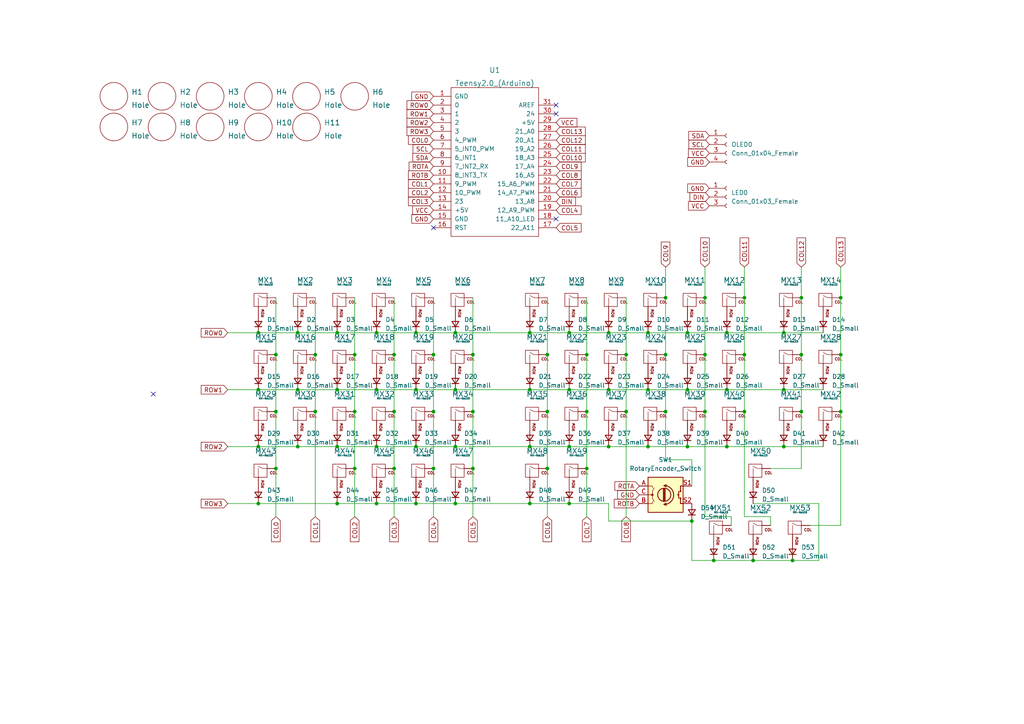
<source format=kicad_sch>
(kicad_sch (version 20211123) (generator eeschema)
  (paper "A4")
  (junction (at 176.53 113.03))
  (junction (at 204.47 86.36))
  (junction (at 97.79 96.52))
  (junction (at 193.04 119.38))
  (junction (at 80.01 135.89))
  (junction (at 199.39 129.54))
  (junction (at 187.96 113.03))
  (junction (at 227.33 113.03))
  (junction (at 199.39 113.03))
  (junction (at 204.47 119.38))
  (junction (at 74.93 146.05))
  (junction (at 74.93 96.52))
  (junction (at 176.53 129.54))
  (junction (at 158.75 119.38))
  (junction (at 137.16 135.89))
  (junction (at 125.73 102.87))
  (junction (at 120.65 146.05))
  (junction (at 210.82 113.03))
  (junction (at 181.61 119.38))
  (junction (at 153.67 113.03))
  (junction (at 181.61 102.87))
  (junction (at 97.79 113.03))
  (junction (at 227.33 96.52))
  (junction (at 97.79 129.54))
  (junction (at 187.96 129.54))
  (junction (at 109.22 146.05))
  (junction (at 74.93 129.54))
  (junction (at 102.87 119.38))
  (junction (at 91.44 119.38))
  (junction (at 158.75 135.89))
  (junction (at 114.3 135.89))
  (junction (at 204.47 102.87))
  (junction (at 132.08 113.03))
  (junction (at 187.96 96.52))
  (junction (at 200.66 151.13))
  (junction (at 86.36 113.03))
  (junction (at 170.18 135.89))
  (junction (at 153.67 146.05))
  (junction (at 243.84 102.87))
  (junction (at 215.9 102.87))
  (junction (at 120.65 129.54))
  (junction (at 158.75 102.87))
  (junction (at 132.08 146.05))
  (junction (at 232.41 102.87))
  (junction (at 232.41 86.36))
  (junction (at 210.82 129.54))
  (junction (at 176.53 96.52))
  (junction (at 120.65 113.03))
  (junction (at 207.01 162.56))
  (junction (at 114.3 119.38))
  (junction (at 243.84 86.36))
  (junction (at 109.22 129.54))
  (junction (at 125.73 119.38))
  (junction (at 153.67 96.52))
  (junction (at 80.01 102.87))
  (junction (at 229.87 162.56))
  (junction (at 109.22 113.03))
  (junction (at 74.93 113.03))
  (junction (at 80.01 119.38))
  (junction (at 86.36 129.54))
  (junction (at 153.67 129.54))
  (junction (at 193.04 102.87))
  (junction (at 114.3 102.87))
  (junction (at 165.1 146.05))
  (junction (at 170.18 119.38))
  (junction (at 165.1 129.54))
  (junction (at 109.22 96.52))
  (junction (at 102.87 102.87))
  (junction (at 91.44 102.87))
  (junction (at 132.08 96.52))
  (junction (at 215.9 86.36))
  (junction (at 215.9 119.38))
  (junction (at 120.65 96.52))
  (junction (at 243.84 119.38))
  (junction (at 102.87 135.89))
  (junction (at 137.16 119.38))
  (junction (at 97.79 146.05))
  (junction (at 165.1 96.52))
  (junction (at 193.04 86.36))
  (junction (at 218.44 162.56))
  (junction (at 170.18 102.87))
  (junction (at 165.1 113.03))
  (junction (at 86.36 96.52))
  (junction (at 232.41 119.38))
  (junction (at 227.33 129.54))
  (junction (at 137.16 102.87))
  (junction (at 125.73 135.89))
  (junction (at 210.82 96.52))
  (junction (at 199.39 96.52))
  (junction (at 132.08 129.54))
  (no_connect (at 161.29 63.5))
  (no_connect (at 125.73 66.04))
  (no_connect (at 161.29 33.02))
  (no_connect (at 161.29 30.48))
  (no_connect (at 44.45 114.3))
  (wire (pts (xy 176.53 129.54) (xy 187.96 129.54)))
  (wire (pts (xy 97.79 129.54) (xy 109.22 129.54)))
  (wire (pts (xy 193.04 102.87) (xy 193.04 119.38)))
  (wire (pts (xy 80.01 135.89) (xy 80.01 149.86)))
  (wire (pts (xy 114.3 135.89) (xy 114.3 149.86)))
  (wire (pts (xy 74.93 129.54) (xy 86.36 129.54)))
  (wire (pts (xy 132.08 146.05) (xy 153.67 146.05)))
  (wire (pts (xy 210.82 129.54) (xy 227.33 129.54)))
  (wire (pts (xy 158.75 102.87) (xy 158.75 119.38)))
  (wire (pts (xy 153.67 96.52) (xy 165.1 96.52)))
  (wire (pts (xy 120.65 113.03) (xy 132.08 113.03)))
  (wire (pts (xy 125.73 119.38) (xy 125.73 135.89)))
  (wire (pts (xy 114.3 86.36) (xy 114.3 102.87)))
  (wire (pts (xy 125.73 86.36) (xy 125.73 102.87)))
  (wire (pts (xy 204.47 102.87) (xy 204.47 119.38)))
  (wire (pts (xy 210.82 113.03) (xy 227.33 113.03)))
  (wire (pts (xy 199.39 129.54) (xy 210.82 129.54)))
  (wire (pts (xy 187.96 113.03) (xy 199.39 113.03)))
  (wire (pts (xy 223.52 149.86) (xy 223.52 152.4)))
  (wire (pts (xy 86.36 129.54) (xy 97.79 129.54)))
  (wire (pts (xy 204.47 119.38) (xy 204.47 149.86)))
  (wire (pts (xy 181.61 102.87) (xy 181.61 119.38)))
  (wire (pts (xy 176.53 146.05) (xy 176.53 151.13)))
  (wire (pts (xy 97.79 96.52) (xy 109.22 96.52)))
  (wire (pts (xy 153.67 113.03) (xy 165.1 113.03)))
  (wire (pts (xy 232.41 135.89) (xy 223.52 135.89)))
  (wire (pts (xy 91.44 86.36) (xy 91.44 102.87)))
  (wire (pts (xy 97.79 146.05) (xy 109.22 146.05)))
  (wire (pts (xy 237.49 146.05) (xy 237.49 162.56)))
  (wire (pts (xy 137.16 135.89) (xy 137.16 149.86)))
  (wire (pts (xy 232.41 119.38) (xy 232.41 135.89)))
  (wire (pts (xy 207.01 162.56) (xy 218.44 162.56)))
  (wire (pts (xy 125.73 102.87) (xy 125.73 119.38)))
  (wire (pts (xy 176.53 113.03) (xy 187.96 113.03)))
  (wire (pts (xy 243.84 102.87) (xy 243.84 119.38)))
  (wire (pts (xy 102.87 135.89) (xy 102.87 149.86)))
  (wire (pts (xy 193.04 133.35) (xy 200.66 133.35)))
  (wire (pts (xy 114.3 119.38) (xy 114.3 135.89)))
  (wire (pts (xy 91.44 102.87) (xy 91.44 119.38)))
  (wire (pts (xy 243.84 77.47) (xy 243.84 86.36)))
  (wire (pts (xy 218.44 162.56) (xy 229.87 162.56)))
  (wire (pts (xy 243.84 152.4) (xy 234.95 152.4)))
  (wire (pts (xy 232.41 102.87) (xy 232.41 119.38)))
  (wire (pts (xy 227.33 129.54) (xy 238.76 129.54)))
  (wire (pts (xy 200.66 162.56) (xy 207.01 162.56)))
  (wire (pts (xy 165.1 113.03) (xy 176.53 113.03)))
  (wire (pts (xy 170.18 135.89) (xy 170.18 149.86)))
  (wire (pts (xy 232.41 77.47) (xy 232.41 86.36)))
  (wire (pts (xy 132.08 113.03) (xy 153.67 113.03)))
  (wire (pts (xy 153.67 129.54) (xy 165.1 129.54)))
  (wire (pts (xy 170.18 102.87) (xy 170.18 119.38)))
  (wire (pts (xy 193.04 119.38) (xy 193.04 133.35)))
  (wire (pts (xy 66.04 96.52) (xy 74.93 96.52)))
  (wire (pts (xy 158.75 135.89) (xy 158.75 149.86)))
  (wire (pts (xy 227.33 113.03) (xy 238.76 113.03)))
  (wire (pts (xy 109.22 96.52) (xy 120.65 96.52)))
  (wire (pts (xy 66.04 129.54) (xy 74.93 129.54)))
  (wire (pts (xy 181.61 119.38) (xy 181.61 149.86)))
  (wire (pts (xy 237.49 162.56) (xy 229.87 162.56)))
  (wire (pts (xy 132.08 96.52) (xy 153.67 96.52)))
  (wire (pts (xy 74.93 96.52) (xy 86.36 96.52)))
  (wire (pts (xy 200.66 133.35) (xy 200.66 140.97)))
  (wire (pts (xy 193.04 86.36) (xy 193.04 102.87)))
  (wire (pts (xy 176.53 151.13) (xy 200.66 151.13)))
  (wire (pts (xy 132.08 129.54) (xy 153.67 129.54)))
  (wire (pts (xy 199.39 113.03) (xy 210.82 113.03)))
  (wire (pts (xy 165.1 129.54) (xy 176.53 129.54)))
  (wire (pts (xy 165.1 96.52) (xy 176.53 96.52)))
  (wire (pts (xy 109.22 113.03) (xy 120.65 113.03)))
  (wire (pts (xy 80.01 119.38) (xy 80.01 135.89)))
  (wire (pts (xy 66.04 146.05) (xy 74.93 146.05)))
  (wire (pts (xy 109.22 146.05) (xy 120.65 146.05)))
  (wire (pts (xy 120.65 146.05) (xy 132.08 146.05)))
  (wire (pts (xy 218.44 146.05) (xy 237.49 146.05)))
  (wire (pts (xy 102.87 86.36) (xy 102.87 102.87)))
  (wire (pts (xy 80.01 86.36) (xy 80.01 102.87)))
  (wire (pts (xy 204.47 77.47) (xy 204.47 86.36)))
  (wire (pts (xy 199.39 96.52) (xy 210.82 96.52)))
  (wire (pts (xy 80.01 102.87) (xy 80.01 119.38)))
  (wire (pts (xy 212.09 149.86) (xy 212.09 152.4)))
  (wire (pts (xy 102.87 102.87) (xy 102.87 119.38)))
  (wire (pts (xy 204.47 149.86) (xy 212.09 149.86)))
  (wire (pts (xy 187.96 96.52) (xy 199.39 96.52)))
  (wire (pts (xy 215.9 119.38) (xy 215.9 149.86)))
  (wire (pts (xy 210.82 96.52) (xy 227.33 96.52)))
  (wire (pts (xy 215.9 77.47) (xy 215.9 86.36)))
  (wire (pts (xy 215.9 86.36) (xy 215.9 102.87)))
  (wire (pts (xy 102.87 119.38) (xy 102.87 135.89)))
  (wire (pts (xy 187.96 129.54) (xy 199.39 129.54)))
  (wire (pts (xy 227.33 96.52) (xy 238.76 96.52)))
  (wire (pts (xy 165.1 146.05) (xy 176.53 146.05)))
  (wire (pts (xy 243.84 86.36) (xy 243.84 102.87)))
  (wire (pts (xy 137.16 86.36) (xy 137.16 102.87)))
  (wire (pts (xy 170.18 86.36) (xy 170.18 102.87)))
  (wire (pts (xy 158.75 119.38) (xy 158.75 135.89)))
  (wire (pts (xy 176.53 96.52) (xy 187.96 96.52)))
  (wire (pts (xy 120.65 96.52) (xy 132.08 96.52)))
  (wire (pts (xy 86.36 96.52) (xy 97.79 96.52)))
  (wire (pts (xy 137.16 102.87) (xy 137.16 119.38)))
  (wire (pts (xy 193.04 77.47) (xy 193.04 86.36)))
  (wire (pts (xy 120.65 129.54) (xy 132.08 129.54)))
  (wire (pts (xy 153.67 146.05) (xy 165.1 146.05)))
  (wire (pts (xy 200.66 151.13) (xy 200.66 162.56)))
  (wire (pts (xy 181.61 86.36) (xy 181.61 102.87)))
  (wire (pts (xy 243.84 119.38) (xy 243.84 152.4)))
  (wire (pts (xy 232.41 86.36) (xy 232.41 102.87)))
  (wire (pts (xy 97.79 113.03) (xy 109.22 113.03)))
  (wire (pts (xy 215.9 149.86) (xy 223.52 149.86)))
  (wire (pts (xy 125.73 135.89) (xy 125.73 149.86)))
  (wire (pts (xy 66.04 113.03) (xy 74.93 113.03)))
  (wire (pts (xy 109.22 129.54) (xy 120.65 129.54)))
  (wire (pts (xy 204.47 86.36) (xy 204.47 102.87)))
  (wire (pts (xy 74.93 146.05) (xy 97.79 146.05)))
  (wire (pts (xy 91.44 119.38) (xy 91.44 149.86)))
  (wire (pts (xy 74.93 113.03) (xy 86.36 113.03)))
  (wire (pts (xy 137.16 119.38) (xy 137.16 135.89)))
  (wire (pts (xy 170.18 119.38) (xy 170.18 135.89)))
  (wire (pts (xy 215.9 102.87) (xy 215.9 119.38)))
  (wire (pts (xy 86.36 113.03) (xy 97.79 113.03)))
  (wire (pts (xy 114.3 102.87) (xy 114.3 119.38)))
  (wire (pts (xy 158.75 86.36) (xy 158.75 102.87)))
  (global_label "GND" (shape input) (at 125.73 27.94 180) (property "Intersheet References" "${INTERSHEET_REFS}" (effects hide)))
  (global_label "COL9" (shape input) (at 193.04 77.47 90) (property "Intersheet References" "${INTERSHEET_REFS}" (effects hide)))
  (global_label "DIN" (shape input) (at 205.74 57.15 180) (property "Intersheet References" "${INTERSHEET_REFS}" (effects hide)))
  (global_label "ROW3" (shape input) (at 125.73 38.1 180) (property "Intersheet References" "${INTERSHEET_REFS}" (effects hide)))
  (global_label "VCC" (shape input) (at 205.74 59.69 180) (property "Intersheet References" "${INTERSHEET_REFS}" (effects hide)))
  (global_label "COL4" (shape input) (at 161.29 60.96 0) (property "Intersheet References" "${INTERSHEET_REFS}" (effects hide)))
  (global_label "ROW2" (shape input) (at 125.73 35.56 180) (property "Intersheet References" "${INTERSHEET_REFS}" (effects hide)))
  (global_label "GND" (shape input) (at 205.74 54.61 180) (property "Intersheet References" "${INTERSHEET_REFS}" (effects hide)))
  (global_label "SCL" (shape input) (at 205.74 41.91 180) (property "Intersheet References" "${INTERSHEET_REFS}" (effects hide)))
  (global_label "COL11" (shape input) (at 215.9 77.47 90) (property "Intersheet References" "${INTERSHEET_REFS}" (effects hide)))
  (global_label "GND" (shape input) (at 205.74 46.99 180) (property "Intersheet References" "${INTERSHEET_REFS}" (effects hide)))
  (global_label "SCL" (shape input) (at 125.73 43.18 180) (property "Intersheet References" "${INTERSHEET_REFS}" (effects hide)))
  (global_label "COL3" (shape input) (at 114.3 149.86 270) (property "Intersheet References" "${INTERSHEET_REFS}" (effects hide)))
  (global_label "ROW1" (shape input) (at 125.73 33.02 180) (property "Intersheet References" "${INTERSHEET_REFS}" (effects hide)))
  (global_label "COL10" (shape input) (at 204.47 77.47 90) (property "Intersheet References" "${INTERSHEET_REFS}" (effects hide)))
  (global_label "COL4" (shape input) (at 125.73 149.86 270) (property "Intersheet References" "${INTERSHEET_REFS}" (effects hide)))
  (global_label "COL12" (shape input) (at 161.29 40.64 0) (property "Intersheet References" "${INTERSHEET_REFS}" (effects hide)))
  (global_label "SDA" (shape input) (at 125.73 45.72 180) (property "Intersheet References" "${INTERSHEET_REFS}" (effects hide)))
  (global_label "ROW2" (shape input) (at 66.04 129.54 180) (property "Intersheet References" "${INTERSHEET_REFS}" (effects hide)))
  (global_label "COL6" (shape input) (at 161.29 55.88 0) (property "Intersheet References" "${INTERSHEET_REFS}" (effects hide)))
  (global_label "COL10" (shape input) (at 161.29 45.72 0) (property "Intersheet References" "${INTERSHEET_REFS}" (effects hide)))
  (global_label "COL8" (shape input) (at 181.61 149.86 270) (property "Intersheet References" "${INTERSHEET_REFS}" (effects hide)))
  (global_label "ROW1" (shape input) (at 66.04 113.03 180) (property "Intersheet References" "${INTERSHEET_REFS}" (effects hide)))
  (global_label "VCC" (shape input) (at 205.74 44.45 180) (property "Intersheet References" "${INTERSHEET_REFS}" (effects hide)))
  (global_label "VCC" (shape input) (at 125.73 60.96 180) (property "Intersheet References" "${INTERSHEET_REFS}" (effects hide)))
  (global_label "COL2" (shape input) (at 102.87 149.86 270) (property "Intersheet References" "${INTERSHEET_REFS}" (effects hide)))
  (global_label "ROTB" (shape input) (at 185.42 146.05 180) (property "Intersheet References" "${INTERSHEET_REFS}" (effects hide)))
  (global_label "COL12" (shape input) (at 232.41 77.47 90) (property "Intersheet References" "${INTERSHEET_REFS}" (effects hide)))
  (global_label "COL0" (shape input) (at 125.73 40.64 180) (property "Intersheet References" "${INTERSHEET_REFS}" (effects hide)))
  (global_label "COL7" (shape input) (at 161.29 53.34 0) (property "Intersheet References" "${INTERSHEET_REFS}" (effects hide)))
  (global_label "ROTA" (shape input) (at 125.73 48.26 180) (property "Intersheet References" "${INTERSHEET_REFS}" (effects hide)))
  (global_label "GND" (shape input) (at 185.42 143.51 180) (property "Intersheet References" "${INTERSHEET_REFS}" (effects hide)))
  (global_label "ROTB" (shape input) (at 125.73 50.8 180) (property "Intersheet References" "${INTERSHEET_REFS}" (effects hide)))
  (global_label "SDA" (shape input) (at 205.74 39.37 180) (property "Intersheet References" "${INTERSHEET_REFS}" (effects hide)))
  (global_label "DIN" (shape input) (at 161.29 58.42 0) (property "Intersheet References" "${INTERSHEET_REFS}" (effects hide)))
  (global_label "COL13" (shape input) (at 161.29 38.1 0) (property "Intersheet References" "${INTERSHEET_REFS}" (effects hide)))
  (global_label "COL5" (shape input) (at 161.29 66.04 0) (property "Intersheet References" "${INTERSHEET_REFS}" (effects hide)))
  (global_label "COL2" (shape input) (at 125.73 55.88 180) (property "Intersheet References" "${INTERSHEET_REFS}" (effects hide)))
  (global_label "ROW0" (shape input) (at 125.73 30.48 180) (property "Intersheet References" "${INTERSHEET_REFS}" (effects hide)))
  (global_label "GND" (shape input) (at 125.73 63.5 180) (property "Intersheet References" "${INTERSHEET_REFS}" (effects hide)))
  (global_label "COL6" (shape input) (at 158.75 149.86 270) (property "Intersheet References" "${INTERSHEET_REFS}" (effects hide)))
  (global_label "COL8" (shape input) (at 161.29 50.8 0) (property "Intersheet References" "${INTERSHEET_REFS}" (effects hide)))
  (global_label "ROW3" (shape input) (at 66.04 146.05 180) (property "Intersheet References" "${INTERSHEET_REFS}" (effects hide)))
  (global_label "COL9" (shape input) (at 161.29 48.26 0) (property "Intersheet References" "${INTERSHEET_REFS}" (effects hide)))
  (global_label "COL7" (shape input) (at 170.18 149.86 270) (property "Intersheet References" "${INTERSHEET_REFS}" (effects hide)))
  (global_label "COL3" (shape input) (at 125.73 58.42 180) (property "Intersheet References" "${INTERSHEET_REFS}" (effects hide)))
  (global_label "COL1" (shape input) (at 125.73 53.34 180) (property "Intersheet References" "${INTERSHEET_REFS}" (effects hide)))
  (global_label "COL5" (shape input) (at 137.16 149.86 270) (property "Intersheet References" "${INTERSHEET_REFS}" (effects hide)))
  (global_label "VCC" (shape input) (at 161.29 35.56 0) (property "Intersheet References" "${INTERSHEET_REFS}" (effects hide)))
  (global_label "COL0" (shape input) (at 80.01 149.86 270) (property "Intersheet References" "${INTERSHEET_REFS}" (effects hide)))
  (global_label "COL1" (shape input) (at 91.44 149.86 270) (property "Intersheet References" "${INTERSHEET_REFS}" (effects hide)))
  (global_label "ROW0" (shape input) (at 66.04 96.52 180) (property "Intersheet References" "${INTERSHEET_REFS}" (effects hide)))
  (global_label "ROTA" (shape input) (at 185.42 140.97 180) (property "Intersheet References" "${INTERSHEET_REFS}" (effects hide)))
  (global_label "COL13" (shape input) (at 243.84 77.47 90) (property "Intersheet References" "${INTERSHEET_REFS}" (effects hide)))
  (global_label "COL11" (shape input) (at 161.29 43.18 0) (property "Intersheet References" "${INTERSHEET_REFS}" (effects hide)))
  (symbol (lib_id "Device:D_Small") (at 97.79 110.49 90) (unit 1)
    (property "Reference" "D17" (at 100.33 109.2199 90) (effects (justify right)))
    (property "Value" "D_Small" (at 100.33 111.7599 90) (effects (justify right)))
    (property "Footprint" "Diode_SMD:D_MiniMELF" (effects hide))
  )
  (symbol (lib_id "Device:D_Small") (at 176.53 93.98 90) (unit 1)
    (property "Reference" "D9" (at 179.07 92.7099 90) (effects (justify right)))
    (property "Value" "D_Small" (at 179.07 95.2499 90) (effects (justify right)))
    (property "Footprint" "Diode_SMD:D_MiniMELF" (effects hide))
  )
  (symbol (lib_id "Device:D_Small") (at 86.36 127 90) (unit 1)
    (property "Reference" "D30" (at 88.9 125.7299 90) (effects (justify right)))
    (property "Value" "D_Small" (at 88.9 128.2699 90) (effects (justify right)))
    (property "Footprint" "Diode_SMD:D_MiniMELF" (effects hide))
  )
  (symbol (lib_id "Device:D_Small") (at 86.36 93.98 90) (unit 1)
    (property "Reference" "D2" (at 88.9 92.7099 90) (effects (justify right)))
    (property "Value" "D_Small" (at 88.9 95.2499 90) (effects (justify right)))
    (property "Footprint" "Diode_SMD:D_MiniMELF" (effects hide))
  )
  (symbol (lib_id "MX_Alps_Hybrid:MX-NoLED") (at 228.6 120.65 0) (unit 1)
    (property "Reference" "MX41" (at 229.4856 114.3 0) (effects (font (size 1.524 1.524))))
    (property "Value" "MX-NoLED" (at 229.4856 115.57 0) (effects (font (size 0.508 0.508))))
    (property "Footprint" "MX_Only:MXOnly-1U-Hotswap" (effects hide))
  )
  (symbol (lib_id "MX_Alps_Hybrid:MX-NoLED") (at 110.49 120.65 0) (unit 1)
    (property "Reference" "MX32" (at 111.3756 114.3 0) (effects (font (size 1.524 1.524))))
    (property "Value" "MX-NoLED" (at 111.3756 115.57 0) (effects (font (size 0.508 0.508))))
    (property "Footprint" "MX_Only:MXOnly-1U-Hotswap" (effects hide))
  )
  (symbol (lib_id "Device:D_Small") (at 74.93 127 90) (unit 1)
    (property "Reference" "D29" (at 77.47 125.7299 90) (effects (justify right)))
    (property "Value" "D_Small" (at 77.47 128.2699 90) (effects (justify right)))
    (property "Footprint" "Diode_SMD:D_MiniMELF" (effects hide))
  )
  (symbol (lib_id "MX_Alps_Hybrid:MX-NoLED") (at 212.09 87.63 0) (unit 1)
    (property "Reference" "MX12" (at 212.9756 81.28 0) (effects (font (size 1.524 1.524))))
    (property "Value" "MX-NoLED" (at 212.9756 82.55 0) (effects (font (size 0.508 0.508))))
    (property "Footprint" "MX_Only:MXOnly-1U-Hotswap" (effects hide))
  )
  (symbol (lib_id "MX_Alps_Hybrid:MX-NoLED") (at 166.37 87.63 0) (unit 1)
    (property "Reference" "MX8" (at 167.2556 81.28 0) (effects (font (size 1.524 1.524))))
    (property "Value" "MX-NoLED" (at 167.2556 82.55 0) (effects (font (size 0.508 0.508))))
    (property "Footprint" "MX_Only:MXOnly-1U-Hotswap" (effects hide))
  )
  (symbol (lib_id "Device:D_Small") (at 176.53 127 90) (unit 1)
    (property "Reference" "D37" (at 179.07 125.7299 90) (effects (justify right)))
    (property "Value" "D_Small" (at 179.07 128.2699 90) (effects (justify right)))
    (property "Footprint" "Diode_SMD:D_MiniMELF" (effects hide))
  )
  (symbol (lib_id "keebio:Hole") (at 102.87 27.94 0) (unit 1)
    (property "Reference" "H6" (at 107.95 26.67 0) (effects (font (size 1.524 1.524)) (justify left)))
    (property "Value" "Hole" (at 107.95 30.48 0) (effects (font (size 1.524 1.524)) (justify left)))
    (property "Footprint" "MountingHole:MountingHole_2.2mm_M2_Pad_TopOnly" (effects hide))
  )
  (symbol (lib_id "MX_Alps_Hybrid:MX-NoLED") (at 228.6 87.63 0) (unit 1)
    (property "Reference" "MX13" (at 229.4856 81.28 0) (effects (font (size 1.524 1.524))))
    (property "Value" "MX-NoLED" (at 229.4856 82.55 0) (effects (font (size 0.508 0.508))))
    (property "Footprint" "MX_Only:MXOnly-1U-Hotswap" (effects hide))
  )
  (symbol (lib_id "keebio:Hole") (at 46.99 36.83 0) (unit 1)
    (property "Reference" "H8" (at 52.07 35.56 0) (effects (font (size 1.524 1.524)) (justify left)))
    (property "Value" "Hole" (at 52.07 39.37 0) (effects (font (size 1.524 1.524)) (justify left)))
    (property "Footprint" "MountingHole:MountingHole_2.2mm_M2_Pad_TopOnly" (effects hide))
  )
  (symbol (lib_id "MX_Alps_Hybrid:MX-NoLED") (at 200.66 104.14 0) (unit 1)
    (property "Reference" "MX25" (at 201.5456 97.79 0) (effects (font (size 1.524 1.524))))
    (property "Value" "MX-NoLED" (at 201.5456 99.06 0) (effects (font (size 0.508 0.508))))
    (property "Footprint" "MX_Only:MXOnly-1U-Hotswap" (effects hide))
  )
  (symbol (lib_id "Device:D_Small") (at 199.39 93.98 90) (unit 1)
    (property "Reference" "D11" (at 201.93 92.7099 90) (effects (justify right)))
    (property "Value" "D_Small" (at 201.93 95.2499 90) (effects (justify right)))
    (property "Footprint" "Diode_SMD:D_MiniMELF" (effects hide))
  )
  (symbol (lib_id "Connector:Conn_01x03_Female") (at 210.82 57.15 0) (unit 1)
    (property "Reference" "LED0" (at 212.09 55.8799 0) (effects (justify left)))
    (property "Value" "Conn_01x03_Female" (at 212.09 58.4199 0) (effects (justify left)))
    (property "Footprint" "Connector_PinHeader_2.54mm:PinHeader_1x03_P2.54mm_Vertical" (effects hide))
  )
  (symbol (lib_id "MX_Alps_Hybrid:MX-NoLED") (at 177.8 104.14 0) (unit 1)
    (property "Reference" "MX23" (at 178.6856 97.79 0) (effects (font (size 1.524 1.524))))
    (property "Value" "MX-NoLED" (at 178.6856 99.06 0) (effects (font (size 0.508 0.508))))
    (property "Footprint" "MX_Only:MXOnly-1U-Hotswap" (effects hide))
  )
  (symbol (lib_id "Device:D_Small") (at 210.82 110.49 90) (unit 1)
    (property "Reference" "D26" (at 213.36 109.2199 90) (effects (justify right)))
    (property "Value" "D_Small" (at 213.36 111.7599 90) (effects (justify right)))
    (property "Footprint" "Diode_SMD:D_MiniMELF" (effects hide))
  )
  (symbol (lib_id "MX_Alps_Hybrid:MX-NoLED") (at 121.92 87.63 0) (unit 1)
    (property "Reference" "MX5" (at 122.8056 81.28 0) (effects (font (size 1.524 1.524))))
    (property "Value" "MX-NoLED" (at 122.8056 82.55 0) (effects (font (size 0.508 0.508))))
    (property "Footprint" "MX_Only:MXOnly-1U-Hotswap" (effects hide))
  )
  (symbol (lib_id "MX_Alps_Hybrid:MX-NoLED") (at 208.28 153.67 0) (unit 1)
    (property "Reference" "MX51" (at 209.1656 147.32 0) (effects (font (size 1.524 1.524))))
    (property "Value" "MX-NoLED" (at 209.1656 148.59 0) (effects (font (size 0.508 0.508))))
    (property "Footprint" "MX_Only:MXOnly-1U-Hotswap" (effects hide))
  )
  (symbol (lib_id "MX_Alps_Hybrid:MX-NoLED") (at 99.06 104.14 0) (unit 1)
    (property "Reference" "MX17" (at 99.9456 97.79 0) (effects (font (size 1.524 1.524))))
    (property "Value" "MX-NoLED" (at 99.9456 99.06 0) (effects (font (size 0.508 0.508))))
    (property "Footprint" "MX_Only:MXOnly-1U-Hotswap" (effects hide))
  )
  (symbol (lib_id "Device:D_Small") (at 238.76 127 90) (unit 1)
    (property "Reference" "D42" (at 241.3 125.7299 90) (effects (justify right)))
    (property "Value" "D_Small" (at 241.3 128.2699 90) (effects (justify right)))
    (property "Footprint" "Diode_SMD:D_MiniMELF" (effects hide))
  )
  (symbol (lib_id "Device:D_Small") (at 132.08 127 90) (unit 1)
    (property "Reference" "D34" (at 134.62 125.7299 90) (effects (justify right)))
    (property "Value" "D_Small" (at 134.62 128.2699 90) (effects (justify right)))
    (property "Footprint" "Diode_SMD:D_MiniMELF" (effects hide))
  )
  (symbol (lib_id "MX_Alps_Hybrid:MX-NoLED") (at 154.94 120.65 0) (unit 1)
    (property "Reference" "MX35" (at 155.8256 114.3 0) (effects (font (size 1.524 1.524))))
    (property "Value" "MX-NoLED" (at 155.8256 115.57 0) (effects (font (size 0.508 0.508))))
    (property "Footprint" "MX_Only:MXOnly-1U-Hotswap" (effects hide))
  )
  (symbol (lib_id "Device:D_Small") (at 176.53 110.49 90) (unit 1)
    (property "Reference" "D23" (at 179.07 109.2199 90) (effects (justify right)))
    (property "Value" "D_Small" (at 179.07 111.7599 90) (effects (justify right)))
    (property "Footprint" "Diode_SMD:D_MiniMELF" (effects hide))
  )
  (symbol (lib_id "MX_Alps_Hybrid:MX-NoLED") (at 166.37 120.65 0) (unit 1)
    (property "Reference" "MX36" (at 167.2556 114.3 0) (effects (font (size 1.524 1.524))))
    (property "Value" "MX-NoLED" (at 167.2556 115.57 0) (effects (font (size 0.508 0.508))))
    (property "Footprint" "MX_Only:MXOnly-1U-Hotswap" (effects hide))
  )
  (symbol (lib_id "Device:D_Small") (at 86.36 110.49 90) (unit 1)
    (property "Reference" "D16" (at 88.9 109.2199 90) (effects (justify right)))
    (property "Value" "D_Small" (at 88.9 111.7599 90) (effects (justify right)))
    (property "Footprint" "Diode_SMD:D_MiniMELF" (effects hide))
  )
  (symbol (lib_id "Device:D_Small") (at 199.39 127 90) (unit 1)
    (property "Reference" "D39" (at 201.93 125.7299 90) (effects (justify right)))
    (property "Value" "D_Small" (at 201.93 128.2699 90) (effects (justify right)))
    (property "Footprint" "Diode_SMD:D_MiniMELF" (effects hide))
  )
  (symbol (lib_id "MX_Alps_Hybrid:MX-NoLED") (at 110.49 137.16 0) (unit 1)
    (property "Reference" "MX45" (at 111.3756 130.81 0) (effects (font (size 1.524 1.524))))
    (property "Value" "MX-NoLED" (at 111.3756 132.08 0) (effects (font (size 0.508 0.508))))
    (property "Footprint" "MX_Only:MXOnly-1U-Hotswap" (effects hide))
  )
  (symbol (lib_id "MX_Alps_Hybrid:MX-NoLED") (at 177.8 87.63 0) (unit 1)
    (property "Reference" "MX9" (at 178.6856 81.28 0) (effects (font (size 1.524 1.524))))
    (property "Value" "MX-NoLED" (at 178.6856 82.55 0) (effects (font (size 0.508 0.508))))
    (property "Footprint" "MX_Only:MXOnly-1U-Hotswap" (effects hide))
  )
  (symbol (lib_id "Device:D_Small") (at 120.65 110.49 90) (unit 1)
    (property "Reference" "D19" (at 123.19 109.2199 90) (effects (justify right)))
    (property "Value" "D_Small" (at 123.19 111.7599 90) (effects (justify right)))
    (property "Footprint" "Diode_SMD:D_MiniMELF" (effects hide))
  )
  (symbol (lib_id "keebio:Hole") (at 88.9 27.94 0) (unit 1)
    (property "Reference" "H5" (at 93.98 26.67 0) (effects (font (size 1.524 1.524)) (justify left)))
    (property "Value" "Hole" (at 93.98 30.48 0) (effects (font (size 1.524 1.524)) (justify left)))
    (property "Footprint" "MountingHole:MountingHole_2.2mm_M2_Pad_TopOnly" (effects hide))
  )
  (symbol (lib_id "Device:D_Small") (at 132.08 93.98 90) (unit 1)
    (property "Reference" "D6" (at 134.62 92.7099 90) (effects (justify right)))
    (property "Value" "D_Small" (at 134.62 95.2499 90) (effects (justify right)))
    (property "Footprint" "Diode_SMD:D_MiniMELF" (effects hide))
  )
  (symbol (lib_id "MX_Alps_Hybrid:MX-NoLED") (at 240.03 120.65 0) (unit 1)
    (property "Reference" "MX42" (at 240.9156 114.3 0) (effects (font (size 1.524 1.524))))
    (property "Value" "MX-NoLED" (at 240.9156 115.57 0) (effects (font (size 0.508 0.508))))
    (property "Footprint" "MX_Only:MXOnly-1U-Hotswap" (effects hide))
  )
  (symbol (lib_id "Device:D_Small") (at 218.44 160.02 90) (unit 1)
    (property "Reference" "D52" (at 220.98 158.7499 90) (effects (justify right)))
    (property "Value" "D_Small" (at 220.98 161.2899 90) (effects (justify right)))
    (property "Footprint" "Diode_SMD:D_MiniMELF" (effects hide))
  )
  (symbol (lib_id "MX_Alps_Hybrid:MX-NoLED") (at 154.94 104.14 0) (unit 1)
    (property "Reference" "MX21" (at 155.8256 97.79 0) (effects (font (size 1.524 1.524))))
    (property "Value" "MX-NoLED" (at 155.8256 99.06 0) (effects (font (size 0.508 0.508))))
    (property "Footprint" "MX_Only:MXOnly-1U-Hotswap" (effects hide))
  )
  (symbol (lib_id "Device:D_Small") (at 165.1 110.49 90) (unit 1)
    (property "Reference" "D22" (at 167.64 109.2199 90) (effects (justify right)))
    (property "Value" "D_Small" (at 167.64 111.7599 90) (effects (justify right)))
    (property "Footprint" "Diode_SMD:D_MiniMELF" (effects hide))
  )
  (symbol (lib_id "Device:D_Small") (at 165.1 127 90) (unit 1)
    (property "Reference" "D36" (at 167.64 125.7299 90) (effects (justify right)))
    (property "Value" "D_Small" (at 167.64 128.2699 90) (effects (justify right)))
    (property "Footprint" "Diode_SMD:D_MiniMELF" (effects hide))
  )
  (symbol (lib_id "Device:D_Small") (at 97.79 127 90) (unit 1)
    (property "Reference" "D31" (at 100.33 125.7299 90) (effects (justify right)))
    (property "Value" "D_Small" (at 100.33 128.2699 90) (effects (justify right)))
    (property "Footprint" "Diode_SMD:D_MiniMELF" (effects hide))
  )
  (symbol (lib_id "MX_Alps_Hybrid:MX-NoLED") (at 166.37 104.14 0) (unit 1)
    (property "Reference" "MX22" (at 167.2556 97.79 0) (effects (font (size 1.524 1.524))))
    (property "Value" "MX-NoLED" (at 167.2556 99.06 0) (effects (font (size 0.508 0.508))))
    (property "Footprint" "MX_Only:MXOnly-1U-Hotswap" (effects hide))
  )
  (symbol (lib_id "keebio:Hole") (at 88.9 36.83 0) (unit 1)
    (property "Reference" "H11" (at 93.98 35.56 0) (effects (font (size 1.524 1.524)) (justify left)))
    (property "Value" "Hole" (at 93.98 39.37 0) (effects (font (size 1.524 1.524)) (justify left)))
    (property "Footprint" "MountingHole:MountingHole_2.2mm_M2_Pad_TopOnly" (effects hide))
  )
  (symbol (lib_id "Device:D_Small") (at 120.65 93.98 90) (unit 1)
    (property "Reference" "D5" (at 123.19 92.7099 90) (effects (justify right)))
    (property "Value" "D_Small" (at 123.19 95.2499 90) (effects (justify right)))
    (property "Footprint" "Diode_SMD:D_MiniMELF" (effects hide))
  )
  (symbol (lib_id "Device:D_Small") (at 227.33 127 90) (unit 1)
    (property "Reference" "D41" (at 229.87 125.7299 90) (effects (justify right)))
    (property "Value" "D_Small" (at 229.87 128.2699 90) (effects (justify right)))
    (property "Footprint" "Diode_SMD:D_MiniMELF" (effects hide))
  )
  (symbol (lib_id "Device:D_Small") (at 200.66 148.59 90) (unit 1)
    (property "Reference" "D54" (at 203.2 147.3199 90) (effects (justify right)))
    (property "Value" "D_Small" (at 203.2 149.8599 90) (effects (justify right)))
    (property "Footprint" "Diode_SMD:D_MiniMELF" (effects hide))
  )
  (symbol (lib_id "Device:D_Small") (at 74.93 143.51 90) (unit 1)
    (property "Reference" "D43" (at 77.47 142.2399 90) (effects (justify right)))
    (property "Value" "D_Small" (at 77.47 144.7799 90) (effects (justify right)))
    (property "Footprint" "Diode_SMD:D_MiniMELF" (effects hide))
  )
  (symbol (lib_id "Device:D_Small") (at 187.96 127 90) (unit 1)
    (property "Reference" "D38" (at 190.5 125.7299 90) (effects (justify right)))
    (property "Value" "D_Small" (at 190.5 128.2699 90) (effects (justify right)))
    (property "Footprint" "Diode_SMD:D_MiniMELF" (effects hide))
  )
  (symbol (lib_id "Device:D_Small") (at 227.33 93.98 90) (unit 1)
    (property "Reference" "D13" (at 229.87 92.7099 90) (effects (justify right)))
    (property "Value" "D_Small" (at 229.87 95.2499 90) (effects (justify right)))
    (property "Footprint" "Diode_SMD:D_MiniMELF" (effects hide))
  )
  (symbol (lib_id "MX_Alps_Hybrid:MX-NoLED") (at 87.63 104.14 0) (unit 1)
    (property "Reference" "MX16" (at 88.5156 97.79 0) (effects (font (size 1.524 1.524))))
    (property "Value" "MX-NoLED" (at 88.5156 99.06 0) (effects (font (size 0.508 0.508))))
    (property "Footprint" "MX_Only:MXOnly-1U-Hotswap" (effects hide))
  )
  (symbol (lib_id "Device:D_Small") (at 74.93 93.98 90) (unit 1)
    (property "Reference" "D1" (at 77.47 92.7099 90) (effects (justify right)))
    (property "Value" "D_Small" (at 77.47 95.2499 90) (effects (justify right)))
    (property "Footprint" "Diode_SMD:D_MiniMELF" (effects hide))
  )
  (symbol (lib_id "Device:D_Small") (at 109.22 127 90) (unit 1)
    (property "Reference" "D32" (at 111.76 125.7299 90) (effects (justify right)))
    (property "Value" "D_Small" (at 111.76 128.2699 90) (effects (justify right)))
    (property "Footprint" "Diode_SMD:D_MiniMELF" (effects hide))
  )
  (symbol (lib_id "Device:D_Small") (at 132.08 110.49 90) (unit 1)
    (property "Reference" "D20" (at 134.62 109.2199 90) (effects (justify right)))
    (property "Value" "D_Small" (at 134.62 111.7599 90) (effects (justify right)))
    (property "Footprint" "Diode_SMD:D_MiniMELF" (effects hide))
  )
  (symbol (lib_id "Device:D_Small") (at 165.1 93.98 90) (unit 1)
    (property "Reference" "D8" (at 167.64 92.7099 90) (effects (justify right)))
    (property "Value" "D_Small" (at 167.64 95.2499 90) (effects (justify right)))
    (property "Footprint" "Diode_SMD:D_MiniMELF" (effects hide))
  )
  (symbol (lib_id "Device:D_Small") (at 153.67 110.49 90) (unit 1)
    (property "Reference" "D21" (at 156.21 109.2199 90) (effects (justify right)))
    (property "Value" "D_Small" (at 156.21 111.7599 90) (effects (justify right)))
    (property "Footprint" "Diode_SMD:D_MiniMELF" (effects hide))
  )
  (symbol (lib_id "teensy:Teensy2.0_(Arduino)") (at 143.51 46.99 0) (unit 1)
    (property "Reference" "U1" (at 143.51 20.32 0) (effects (font (size 1.524 1.524))))
    (property "Value" "Teensy2.0_(Arduino)" (at 143.51 24.13 0) (effects (font (size 1.524 1.524))))
    (property "Footprint" "Keebio-Parts:Teensy_2.0" (effects hide))
  )
  (symbol (lib_id "MX_Alps_Hybrid:MX-NoLED") (at 219.71 137.16 0) (unit 1)
    (property "Reference" "MX50" (at 220.5956 130.81 0) (effects (font (size 1.524 1.524))))
    (property "Value" "MX-NoLED" (at 220.5956 132.08 0) (effects (font (size 0.508 0.508))))
    (property "Footprint" "MX_Only:MXOnly-1U-Hotswap" (effects hide))
  )
  (symbol (lib_id "Connector:Conn_01x04_Female") (at 210.82 41.91 0) (unit 1)
    (property "Reference" "OLED0" (at 212.09 41.9099 0) (effects (justify left)))
    (property "Value" "Conn_01x04_Female" (at 212.09 44.4499 0) (effects (justify left)))
    (property "Footprint" "Connector_PinHeader_2.54mm:PinHeader_1x04_P2.54mm_Vertical" (effects hide))
  )
  (symbol (lib_id "MX_Alps_Hybrid:MX-NoLED") (at 76.2 104.14 0) (unit 1)
    (property "Reference" "MX15" (at 77.0856 97.79 0) (effects (font (size 1.524 1.524))))
    (property "Value" "MX-NoLED" (at 77.0856 99.06 0) (effects (font (size 0.508 0.508))))
    (property "Footprint" "MX_Only:MXOnly-1U-Hotswap" (effects hide))
  )
  (symbol (lib_id "MX_Alps_Hybrid:MX-NoLED") (at 166.37 137.16 0) (unit 1)
    (property "Reference" "MX49" (at 167.2556 130.81 0) (effects (font (size 1.524 1.524))))
    (property "Value" "MX-NoLED" (at 167.2556 132.08 0) (effects (font (size 0.508 0.508))))
    (property "Footprint" "MX_Only:MXOnly-1U-Hotswap" (effects hide))
  )
  (symbol (lib_id "Device:D_Small") (at 227.33 110.49 90) (unit 1)
    (property "Reference" "D27" (at 229.87 109.2199 90) (effects (justify right)))
    (property "Value" "D_Small" (at 229.87 111.7599 90) (effects (justify right)))
    (property "Footprint" "Diode_SMD:D_MiniMELF" (effects hide))
  )
  (symbol (lib_id "MX_Alps_Hybrid:MX-NoLED") (at 154.94 87.63 0) (unit 1)
    (property "Reference" "MX7" (at 155.8256 81.28 0) (effects (font (size 1.524 1.524))))
    (property "Value" "MX-NoLED" (at 155.8256 82.55 0) (effects (font (size 0.508 0.508))))
    (property "Footprint" "MX_Only:MXOnly-1U-Hotswap" (effects hide))
  )
  (symbol (lib_id "MX_Alps_Hybrid:MX-NoLED") (at 76.2 87.63 0) (unit 1)
    (property "Reference" "MX1" (at 77.0856 81.28 0) (effects (font (size 1.524 1.524))))
    (property "Value" "MX-NoLED" (at 77.0856 82.55 0) (effects (font (size 0.508 0.508))))
    (property "Footprint" "MX_Only:MXOnly-1U-Hotswap" (effects hide))
  )
  (symbol (lib_id "MX_Alps_Hybrid:MX-NoLED") (at 121.92 104.14 0) (unit 1)
    (property "Reference" "MX19" (at 122.8056 97.79 0) (effects (font (size 1.524 1.524))))
    (property "Value" "MX-NoLED" (at 122.8056 99.06 0) (effects (font (size 0.508 0.508))))
    (property "Footprint" "MX_Only:MXOnly-1U-Hotswap" (effects hide))
  )
  (symbol (lib_id "Device:D_Small") (at 132.08 143.51 90) (unit 1)
    (property "Reference" "D47" (at 134.62 142.2399 90) (effects (justify right)))
    (property "Value" "D_Small" (at 134.62 144.7799 90) (effects (justify right)))
    (property "Footprint" "Diode_SMD:D_MiniMELF" (effects hide))
  )
  (symbol (lib_id "Device:D_Small") (at 97.79 143.51 90) (unit 1)
    (property "Reference" "D44" (at 100.33 142.2399 90) (effects (justify right)))
    (property "Value" "D_Small" (at 100.33 144.7799 90) (effects (justify right)))
    (property "Footprint" "Diode_SMD:D_MiniMELF" (effects hide))
  )
  (symbol (lib_id "MX_Alps_Hybrid:MX-NoLED") (at 76.2 120.65 0) (unit 1)
    (property "Reference" "MX29" (at 77.0856 114.3 0) (effects (font (size 1.524 1.524))))
    (property "Value" "MX-NoLED" (at 77.0856 115.57 0) (effects (font (size 0.508 0.508))))
    (property "Footprint" "MX_Only:MXOnly-1U-Hotswap" (effects hide))
  )
  (symbol (lib_id "MX_Alps_Hybrid:MX-NoLED") (at 219.71 153.67 0) (unit 1)
    (property "Reference" "MX52" (at 220.5956 147.32 0) (effects (font (size 1.524 1.524))))
    (property "Value" "MX-NoLED" (at 220.5956 148.59 0) (effects (font (size 0.508 0.508))))
    (property "Footprint" "MX_Only:MXOnly-1U-Hotswap" (effects hide))
  )
  (symbol (lib_id "Device:D_Small") (at 97.79 93.98 90) (unit 1)
    (property "Reference" "D3" (at 100.33 92.7099 90) (effects (justify right)))
    (property "Value" "D_Small" (at 100.33 95.2499 90) (effects (justify right)))
    (property "Footprint" "Diode_SMD:D_MiniMELF" (effects hide))
  )
  (symbol (lib_id "keebio:Hole") (at 33.02 36.83 0) (unit 1)
    (property "Reference" "H7" (at 38.1 35.56 0) (effects (font (size 1.524 1.524)) (justify left)))
    (property "Value" "Hole" (at 38.1 39.37 0) (effects (font (size 1.524 1.524)) (justify left)))
    (property "Footprint" "MountingHole:MountingHole_2.2mm_M2_Pad_TopOnly" (effects hide))
  )
  (symbol (lib_id "Device:D_Small") (at 153.67 93.98 90) (unit 1)
    (property "Reference" "D7" (at 156.21 92.7099 90) (effects (justify right)))
    (property "Value" "D_Small" (at 156.21 95.2499 90) (effects (justify right)))
    (property "Footprint" "Diode_SMD:D_MiniMELF" (effects hide))
  )
  (symbol (lib_id "keebio:Hole") (at 33.02 27.94 0) (unit 1)
    (property "Reference" "H1" (at 38.1 26.67 0) (effects (font (size 1.524 1.524)) (justify left)))
    (property "Value" "Hole" (at 38.1 30.48 0) (effects (font (size 1.524 1.524)) (justify left)))
    (property "Footprint" "MountingHole:MountingHole_2.2mm_M2_Pad_TopOnly" (effects hide))
  )
  (symbol (lib_id "Device:D_Small") (at 109.22 110.49 90) (unit 1)
    (property "Reference" "D18" (at 111.76 109.2199 90) (effects (justify right)))
    (property "Value" "D_Small" (at 111.76 111.7599 90) (effects (justify right)))
    (property "Footprint" "Diode_SMD:D_MiniMELF" (effects hide))
  )
  (symbol (lib_id "Device:D_Small") (at 199.39 110.49 90) (unit 1)
    (property "Reference" "D25" (at 201.93 109.2199 90) (effects (justify right)))
    (property "Value" "D_Small" (at 201.93 111.7599 90) (effects (justify right)))
    (property "Footprint" "Diode_SMD:D_MiniMELF" (effects hide))
  )
  (symbol (lib_id "MX_Alps_Hybrid:MX-NoLED") (at 189.23 87.63 0) (unit 1)
    (property "Reference" "MX10" (at 190.1156 81.28 0) (effects (font (size 1.524 1.524))))
    (property "Value" "MX-NoLED" (at 190.1156 82.55 0) (effects (font (size 0.508 0.508))))
    (property "Footprint" "MX_Only:MXOnly-1U-Hotswap" (effects hide))
  )
  (symbol (lib_id "MX_Alps_Hybrid:MX-NoLED") (at 99.06 120.65 0) (unit 1)
    (property "Reference" "MX31" (at 99.9456 114.3 0) (effects (font (size 1.524 1.524))))
    (property "Value" "MX-NoLED" (at 99.9456 115.57 0) (effects (font (size 0.508 0.508))))
    (property "Footprint" "MX_Only:MXOnly-1U-Hotswap" (effects hide))
  )
  (symbol (lib_id "keebio:Hole") (at 74.93 27.94 0) (unit 1)
    (property "Reference" "H4" (at 80.01 26.67 0) (effects (font (size 1.524 1.524)) (justify left)))
    (property "Value" "Hole" (at 80.01 30.48 0) (effects (font (size 1.524 1.524)) (justify left)))
    (property "Footprint" "MountingHole:MountingHole_2.2mm_M2_Pad_TopOnly" (effects hide))
  )
  (symbol (lib_id "Device:D_Small") (at 187.96 93.98 90) (unit 1)
    (property "Reference" "D10" (at 190.5 92.7099 90) (effects (justify right)))
    (property "Value" "D_Small" (at 190.5 95.2499 90) (effects (justify right)))
    (property "Footprint" "Diode_SMD:D_MiniMELF" (effects hide))
  )
  (symbol (lib_id "MX_Alps_Hybrid:MX-NoLED") (at 99.06 137.16 0) (unit 1)
    (property "Reference" "MX44" (at 99.9456 130.81 0) (effects (font (size 1.524 1.524))))
    (property "Value" "MX-NoLED" (at 99.9456 132.08 0) (effects (font (size 0.508 0.508))))
    (property "Footprint" "MX_Only:MXOnly-1U-Hotswap" (effects hide))
  )
  (symbol (lib_id "MX_Alps_Hybrid:MX-NoLED") (at 231.14 153.67 0) (unit 1)
    (property "Reference" "MX53" (at 232.0256 147.32 0) (effects (font (size 1.524 1.524))))
    (property "Value" "MX-NoLED" (at 232.0256 148.59 0) (effects (font (size 0.508 0.508))))
    (property "Footprint" "MX_Only:MXOnly-1U-Hotswap" (effects hide))
  )
  (symbol (lib_id "keebio:Hole") (at 46.99 27.94 0) (unit 1)
    (property "Reference" "H2" (at 52.07 26.67 0) (effects (font (size 1.524 1.524)) (justify left)))
    (property "Value" "Hole" (at 52.07 30.48 0) (effects (font (size 1.524 1.524)) (justify left)))
    (property "Footprint" "MountingHole:MountingHole_2.2mm_M2_Pad_TopOnly" (effects hide))
  )
  (symbol (lib_id "MX_Alps_Hybrid:MX-NoLED") (at 87.63 87.63 0) (unit 1)
    (property "Reference" "MX2" (at 88.5156 81.28 0) (effects (font (size 1.524 1.524))))
    (property "Value" "MX-NoLED" (at 88.5156 82.55 0) (effects (font (size 0.508 0.508))))
    (property "Footprint" "MX_Only:MXOnly-1U-Hotswap" (effects hide))
  )
  (symbol (lib_id "Device:D_Small") (at 120.65 127 90) (unit 1)
    (property "Reference" "D33" (at 123.19 125.7299 90) (effects (justify right)))
    (property "Value" "D_Small" (at 123.19 128.2699 90) (effects (justify right)))
    (property "Footprint" "Diode_SMD:D_MiniMELF" (effects hide))
  )
  (symbol (lib_id "keebio:Hole") (at 60.96 36.83 0) (unit 1)
    (property "Reference" "H9" (at 66.04 35.56 0) (effects (font (size 1.524 1.524)) (justify left)))
    (property "Value" "Hole" (at 66.04 39.37 0) (effects (font (size 1.524 1.524)) (justify left)))
    (property "Footprint" "MountingHole:MountingHole_2.2mm_M2_Pad_TopOnly" (effects hide))
  )
  (symbol (lib_id "Device:D_Small") (at 187.96 110.49 90) (unit 1)
    (property "Reference" "D24" (at 190.5 109.2199 90) (effects (justify right)))
    (property "Value" "D_Small" (at 190.5 111.7599 90) (effects (justify right)))
    (property "Footprint" "Diode_SMD:D_MiniMELF" (effects hide))
  )
  (symbol (lib_id "MX_Alps_Hybrid:MX-NoLED") (at 76.2 137.16 0) (unit 1)
    (property "Reference" "MX43" (at 77.0856 130.81 0) (effects (font (size 1.524 1.524))))
    (property "Value" "MX-NoLED" (at 77.0856 132.08 0) (effects (font (size 0.508 0.508))))
    (property "Footprint" "MX_Only:MXOnly-1U-Hotswap" (effects hide))
  )
  (symbol (lib_id "Device:D_Small") (at 238.76 110.49 90) (unit 1)
    (property "Reference" "D28" (at 241.3 109.2199 90) (effects (justify right)))
    (property "Value" "D_Small" (at 241.3 111.7599 90) (effects (justify right)))
    (property "Footprint" "Diode_SMD:D_MiniMELF" (effects hide))
  )
  (symbol (lib_id "MX_Alps_Hybrid:MX-NoLED") (at 240.03 87.63 0) (unit 1)
    (property "Reference" "MX14" (at 240.9156 81.28 0) (effects (font (size 1.524 1.524))))
    (property "Value" "MX-NoLED" (at 240.9156 82.55 0) (effects (font (size 0.508 0.508))))
    (property "Footprint" "MX_Only:MXOnly-1U-Hotswap" (effects hide))
  )
  (symbol (lib_id "MX_Alps_Hybrid:MX-NoLED") (at 189.23 120.65 0) (unit 1)
    (property "Reference" "MX38" (at 190.1156 114.3 0) (effects (font (size 1.524 1.524))))
    (property "Value" "MX-NoLED" (at 190.1156 115.57 0) (effects (font (size 0.508 0.508))))
    (property "Footprint" "MX_Only:MXOnly-1U-Hotswap" (effects hide))
  )
  (symbol (lib_id "Device:D_Small") (at 120.65 143.51 90) (unit 1)
    (property "Reference" "D46" (at 123.19 142.2399 90) (effects (justify right)))
    (property "Value" "D_Small" (at 123.19 144.7799 90) (effects (justify right)))
    (property "Footprint" "Diode_SMD:D_MiniMELF" (effects hide))
  )
  (symbol (lib_id "MX_Alps_Hybrid:MX-NoLED") (at 228.6 104.14 0) (unit 1)
    (property "Reference" "MX27" (at 229.4856 97.79 0) (effects (font (size 1.524 1.524))))
    (property "Value" "MX-NoLED" (at 229.4856 99.06 0) (effects (font (size 0.508 0.508))))
    (property "Footprint" "MX_Only:MXOnly-1U-Hotswap" (effects hide))
  )
  (symbol (lib_id "MX_Alps_Hybrid:MX-NoLED") (at 99.06 87.63 0) (unit 1)
    (property "Reference" "MX3" (at 99.9456 81.28 0) (effects (font (size 1.524 1.524))))
    (property "Value" "MX-NoLED" (at 99.9456 82.55 0) (effects (font (size 0.508 0.508))))
    (property "Footprint" "MX_Only:MXOnly-1U-Hotswap" (effects hide))
  )
  (symbol (lib_id "MX_Alps_Hybrid:MX-NoLED") (at 87.63 120.65 0) (unit 1)
    (property "Reference" "MX30" (at 88.5156 114.3 0) (effects (font (size 1.524 1.524))))
    (property "Value" "MX-NoLED" (at 88.5156 115.57 0) (effects (font (size 0.508 0.508))))
    (property "Footprint" "MX_Only:MXOnly-1U-Hotswap" (effects hide))
  )
  (symbol (lib_id "keebio:Hole") (at 74.93 36.83 0) (unit 1)
    (property "Reference" "H10" (at 80.01 35.56 0) (effects (font (size 1.524 1.524)) (justify left)))
    (property "Value" "Hole" (at 80.01 39.37 0) (effects (font (size 1.524 1.524)) (justify left)))
    (property "Footprint" "MountingHole:MountingHole_2.2mm_M2_Pad_TopOnly" (effects hide))
  )
  (symbol (lib_id "MX_Alps_Hybrid:MX-NoLED") (at 240.03 104.14 0) (unit 1)
    (property "Reference" "MX28" (at 240.9156 97.79 0) (effects (font (size 1.524 1.524))))
    (property "Value" "MX-NoLED" (at 240.9156 99.06 0) (effects (font (size 0.508 0.508))))
    (property "Footprint" "MX_Only:MXOnly-1U-Hotswap" (effects hide))
  )
  (symbol (lib_id "MX_Alps_Hybrid:MX-NoLED") (at 133.35 120.65 0) (unit 1)
    (property "Reference" "MX34" (at 134.2356 114.3 0) (effects (font (size 1.524 1.524))))
    (property "Value" "MX-NoLED" (at 134.2356 115.57 0) (effects (font (size 0.508 0.508))))
    (property "Footprint" "MX_Only:MXOnly-1U-Hotswap" (effects hide))
  )
  (symbol (lib_id "Device:D_Small") (at 153.67 127 90) (unit 1)
    (property "Reference" "D35" (at 156.21 125.7299 90) (effects (justify right)))
    (property "Value" "D_Small" (at 156.21 128.2699 90) (effects (justify right)))
    (property "Footprint" "Diode_SMD:D_MiniMELF" (effects hide))
  )
  (symbol (lib_id "Device:D_Small") (at 165.1 143.51 90) (unit 1)
    (property "Reference" "D49" (at 167.64 142.2399 90) (effects (justify right)))
    (property "Value" "D_Small" (at 167.64 144.7799 90) (effects (justify right)))
    (property "Footprint" "Diode_SMD:D_MiniMELF" (effects hide))
  )
  (symbol (lib_id "Device:RotaryEncoder_Switch") (at 193.04 143.51 0) (unit 1)
    (property "Reference" "SW1" (at 193.04 133.35 0))
    (property "Value" "RotaryEncoder_Switch" (at 193.04 135.89 0))
    (property "Footprint" "Keebio-Parts:RotaryEncoder_EC11" (effects hide))
  )
  (symbol (lib_id "Device:D_Small") (at 218.44 143.51 90) (unit 1)
    (property "Reference" "D50" (at 220.98 142.2399 90) (effects (justify right)))
    (property "Value" "D_Small" (at 220.98 144.7799 90) (effects (justify right)))
    (property "Footprint" "Diode_SMD:D_MiniMELF" (effects hide))
  )
  (symbol (lib_id "MX_Alps_Hybrid:MX-NoLED") (at 133.35 104.14 0) (unit 1)
    (property "Reference" "MX20" (at 134.2356 97.79 0) (effects (font (size 1.524 1.524))))
    (property "Value" "MX-NoLED" (at 134.2356 99.06 0) (effects (font (size 0.508 0.508))))
    (property "Footprint" "MX_Only:MXOnly-1U-Hotswap" (effects hide))
  )
  (symbol (lib_id "keebio:Hole") (at 60.96 27.94 0) (unit 1)
    (property "Reference" "H3" (at 66.04 26.67 0) (effects (font (size 1.524 1.524)) (justify left)))
    (property "Value" "Hole" (at 66.04 30.48 0) (effects (font (size 1.524 1.524)) (justify left)))
    (property "Footprint" "MountingHole:MountingHole_2.2mm_M2_Pad_TopOnly" (effects hide))
  )
  (symbol (lib_id "Device:D_Small") (at 109.22 143.51 90) (unit 1)
    (property "Reference" "D45" (at 111.76 142.2399 90) (effects (justify right)))
    (property "Value" "D_Small" (at 111.76 144.7799 90) (effects (justify right)))
    (property "Footprint" "Diode_SMD:D_MiniMELF" (effects hide))
  )
  (symbol (lib_id "Device:D_Small") (at 207.01 160.02 90) (unit 1)
    (property "Reference" "D51" (at 209.55 158.7499 90) (effects (justify right)))
    (property "Value" "D_Small" (at 209.55 161.2899 90) (effects (justify right)))
    (property "Footprint" "Diode_SMD:D_MiniMELF" (effects hide))
  )
  (symbol (lib_id "MX_Alps_Hybrid:MX-NoLED") (at 212.09 120.65 0) (unit 1)
    (property "Reference" "MX40" (at 212.9756 114.3 0) (effects (font (size 1.524 1.524))))
    (property "Value" "MX-NoLED" (at 212.9756 115.57 0) (effects (font (size 0.508 0.508))))
    (property "Footprint" "MX_Only:MXOnly-1U-Hotswap" (effects hide))
  )
  (symbol (lib_id "Device:D_Small") (at 153.67 143.51 90) (unit 1)
    (property "Reference" "D48" (at 156.21 142.2399 90) (effects (justify right)))
    (property "Value" "D_Small" (at 156.21 144.7799 90) (effects (justify right)))
    (property "Footprint" "Diode_SMD:D_MiniMELF" (effects hide))
  )
  (symbol (lib_id "Device:D_Small") (at 109.22 93.98 90) (unit 1)
    (property "Reference" "D4" (at 111.76 92.7099 90) (effects (justify right)))
    (property "Value" "D_Small" (at 111.76 95.2499 90) (effects (justify right)))
    (property "Footprint" "Diode_SMD:D_MiniMELF" (effects hide))
  )
  (symbol (lib_id "Device:D_Small") (at 210.82 93.98 90) (unit 1)
    (property "Reference" "D12" (at 213.36 92.7099 90) (effects (justify right)))
    (property "Value" "D_Small" (at 213.36 95.2499 90) (effects (justify right)))
    (property "Footprint" "Diode_SMD:D_MiniMELF" (effects hide))
  )
  (symbol (lib_id "MX_Alps_Hybrid:MX-NoLED") (at 133.35 87.63 0) (unit 1)
    (property "Reference" "MX6" (at 134.2356 81.28 0) (effects (font (size 1.524 1.524))))
    (property "Value" "MX-NoLED" (at 134.2356 82.55 0) (effects (font (size 0.508 0.508))))
    (property "Footprint" "MX_Only:MXOnly-1U-Hotswap" (effects hide))
  )
  (symbol (lib_id "Device:D_Small") (at 229.87 160.02 90) (unit 1)
    (property "Reference" "D53" (at 232.41 158.7499 90) (effects (justify right)))
    (property "Value" "D_Small" (at 232.41 161.2899 90) (effects (justify right)))
    (property "Footprint" "Diode_SMD:D_MiniMELF" (effects hide))
  )
  (symbol (lib_id "Device:D_Small") (at 210.82 127 90) (unit 1)
    (property "Reference" "D40" (at 213.36 125.7299 90) (effects (justify right)))
    (property "Value" "D_Small" (at 213.36 128.2699 90) (effects (justify right)))
    (property "Footprint" "Diode_SMD:D_MiniMELF" (effects hide))
  )
  (symbol (lib_id "Device:D_Small") (at 238.76 93.98 90) (unit 1)
    (property "Reference" "D14" (at 241.3 92.7099 90) (effects (justify right)))
    (property "Value" "D_Small" (at 241.3 95.2499 90) (effects (justify right)))
    (property "Footprint" "Diode_SMD:D_MiniMELF" (effects hide))
  )
  (symbol (lib_id "MX_Alps_Hybrid:MX-NoLED") (at 212.09 104.14 0) (unit 1)
    (property "Reference" "MX26" (at 212.9756 97.79 0) (effects (font (size 1.524 1.524))))
    (property "Value" "MX-NoLED" (at 212.9756 99.06 0) (effects (font (size 0.508 0.508))))
    (property "Footprint" "MX_Only:MXOnly-1U-Hotswap" (effects hide))
  )
  (symbol (lib_id "MX_Alps_Hybrid:MX-NoLED") (at 154.94 137.16 0) (unit 1)
    (property "Reference" "MX48" (at 155.8256 130.81 0) (effects (font (size 1.524 1.524))))
    (property "Value" "MX-NoLED" (at 155.8256 132.08 0) (effects (font (size 0.508 0.508))))
    (property "Footprint" "MX_Only:MXOnly-1U-Hotswap" (effects hide))
  )
  (symbol (lib_id "MX_Alps_Hybrid:MX-NoLED") (at 177.8 120.65 0) (unit 1)
    (property "Reference" "MX37" (at 178.6856 114.3 0) (effects (font (size 1.524 1.524))))
    (property "Value" "MX-NoLED" (at 178.6856 115.57 0) (effects (font (size 0.508 0.508))))
    (property "Footprint" "MX_Only:MXOnly-1U-Hotswap" (effects hide))
  )
  (symbol (lib_id "MX_Alps_Hybrid:MX-NoLED") (at 200.66 87.63 0) (unit 1)
    (property "Reference" "MX11" (at 201.5456 81.28 0) (effects (font (size 1.524 1.524))))
    (property "Value" "MX-NoLED" (at 201.5456 82.55 0) (effects (font (size 0.508 0.508))))
    (property "Footprint" "MX_Only:MXOnly-1U-Hotswap" (effects hide))
  )
  (symbol (lib_id "MX_Alps_Hybrid:MX-NoLED") (at 110.49 87.63 0) (unit 1)
    (property "Reference" "MX4" (at 111.3756 81.28 0) (effects (font (size 1.524 1.524))))
    (property "Value" "MX-NoLED" (at 111.3756 82.55 0) (effects (font (size 0.508 0.508))))
    (property "Footprint" "MX_Only:MXOnly-1U-Hotswap" (effects hide))
  )
  (symbol (lib_id "Device:D_Small") (at 74.93 110.49 90) (unit 1)
    (property "Reference" "D15" (at 77.47 109.2199 90) (effects (justify right)))
    (property "Value" "D_Small" (at 77.47 111.7599 90) (effects (justify right)))
    (property "Footprint" "Diode_SMD:D_MiniMELF" (effects hide))
  )
  (symbol (lib_id "MX_Alps_Hybrid:MX-NoLED") (at 121.92 137.16 0) (unit 1)
    (property "Reference" "MX46" (at 122.8056 130.81 0) (effects (font (size 1.524 1.524))))
    (property "Value" "MX-NoLED" (at 122.8056 132.08 0) (effects (font (size 0.508 0.508))))
    (property "Footprint" "MX_Only:MXOnly-1U-Hotswap" (effects hide))
  )
  (symbol (lib_id "MX_Alps_Hybrid:MX-NoLED") (at 121.92 120.65 0) (unit 1)
    (property "Reference" "MX33" (at 122.8056 114.3 0) (effects (font (size 1.524 1.524))))
    (property "Value" "MX-NoLED" (at 122.8056 115.57 0) (effects (font (size 0.508 0.508))))
    (property "Footprint" "MX_Only:MXOnly-1U-Hotswap" (effects hide))
  )
  (symbol (lib_id "MX_Alps_Hybrid:MX-NoLED") (at 133.35 137.16 0) (unit 1)
    (property "Reference" "MX47" (at 134.2356 130.81 0) (effects (font (size 1.524 1.524))))
    (property "Value" "MX-NoLED" (at 134.2356 132.08 0) (effects (font (size 0.508 0.508))))
    (property "Footprint" "MX_Only:MXOnly-1U-Hotswap" (effects hide))
  )
  (symbol (lib_id "MX_Alps_Hybrid:MX-NoLED") (at 189.23 104.14 0) (unit 1)
    (property "Reference" "MX24" (at 190.1156 97.79 0) (effects (font (size 1.524 1.524))))
    (property "Value" "MX-NoLED" (at 190.1156 99.06 0) (effects (font (size 0.508 0.508))))
    (property "Footprint" "MX_Only:MXOnly-1U-Hotswap" (effects hide))
  )
  (symbol (lib_id "MX_Alps_Hybrid:MX-NoLED") (at 200.66 120.65 0) (unit 1)
    (property "Reference" "MX39" (at 201.5456 114.3 0) (effects (font (size 1.524 1.524))))
    (property "Value" "MX-NoLED" (at 201.5456 115.57 0) (effects (font (size 0.508 0.508))))
    (property "Footprint" "MX_Only:MXOnly-1U-Hotswap" (effects hide))
  )
  (symbol (lib_id "MX_Alps_Hybrid:MX-NoLED") (at 110.49 104.14 0) (unit 1)
    (property "Reference" "MX18" (at 111.3756 97.79 0) (effects (font (size 1.524 1.524))))
    (property "Value" "MX-NoLED" (at 111.3756 99.06 0) (effects (font (size 0.508 0.508))))
    (property "Footprint" "MX_Only:MXOnly-1U-Hotswap" (effects hide))
  )
)
</source>
